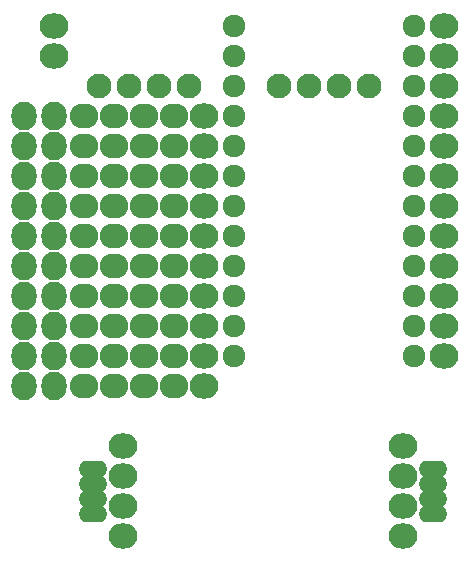
<source format=gbs>
G04 #@! TF.GenerationSoftware,KiCad,Pcbnew,no-vcs-found-7452~57~ubuntu16.10.1*
G04 #@! TF.CreationDate,2017-01-19T15:17:35+09:00*
G04 #@! TF.ProjectId,halakekit_first_break,68616C616B656B69745F66697273745F,rev?*
G04 #@! TF.FileFunction,Soldermask,Bot*
G04 #@! TF.FilePolarity,Negative*
%FSLAX46Y46*%
G04 Gerber Fmt 4.6, Leading zero omitted, Abs format (unit mm)*
G04 Created by KiCad (PCBNEW no-vcs-found-7452~57~ubuntu16.10.1) date Thu Jan 19 15:17:35 2017*
%MOMM*%
%LPD*%
G01*
G04 APERTURE LIST*
%ADD10C,0.100000*%
%ADD11C,1.924000*%
%ADD12O,2.432000X2.127200*%
%ADD13O,2.127200X2.432000*%
%ADD14O,2.400000X2.100000*%
%ADD15O,2.400000X1.400000*%
%ADD16C,2.100000*%
G04 APERTURE END LIST*
D10*
D11*
X142240000Y-106680000D03*
X142240000Y-109220000D03*
X142240000Y-111760000D03*
X142240000Y-114300000D03*
X142240000Y-116840000D03*
X142240000Y-119380000D03*
X142240000Y-121920000D03*
X142240000Y-124460000D03*
X142240000Y-127000000D03*
X142240000Y-129540000D03*
X142240000Y-132080000D03*
X142240000Y-134620000D03*
X157480000Y-134620000D03*
X157480000Y-132080000D03*
X157480000Y-129540000D03*
X157480000Y-127000000D03*
X157480000Y-124460000D03*
X157480000Y-121920000D03*
X157480000Y-119380000D03*
X157480000Y-116840000D03*
X157480000Y-114300000D03*
X157480000Y-111760000D03*
X157480000Y-109220000D03*
X157480000Y-106680000D03*
D12*
X127000000Y-106680000D03*
X127000000Y-109220000D03*
D13*
X127000000Y-137160000D03*
X127000000Y-134620000D03*
X127000000Y-132080000D03*
X127000000Y-129540000D03*
X127000000Y-127000000D03*
X127000000Y-124460000D03*
X127000000Y-121920000D03*
X127000000Y-119380000D03*
X127000000Y-116840000D03*
X127000000Y-114300000D03*
X124460000Y-137160000D03*
X124460000Y-134620000D03*
X124460000Y-132080000D03*
X124460000Y-129540000D03*
X124460000Y-127000000D03*
X124460000Y-124460000D03*
X124460000Y-121920000D03*
X124460000Y-119380000D03*
X124460000Y-116840000D03*
X124460000Y-114300000D03*
D12*
X160020000Y-106680000D03*
X160020000Y-109220000D03*
X160020000Y-111760000D03*
X160020000Y-114300000D03*
X160020000Y-116840000D03*
X160020000Y-119380000D03*
X160020000Y-121920000D03*
X160020000Y-124460000D03*
X160020000Y-127000000D03*
X160020000Y-129540000D03*
X160020000Y-132080000D03*
X160020000Y-134620000D03*
D14*
X134620000Y-114300000D03*
X137160000Y-114300000D03*
X129540000Y-114300000D03*
X132080000Y-114300000D03*
X132080000Y-116840000D03*
X129540000Y-116840000D03*
X137160000Y-116840000D03*
X134620000Y-116840000D03*
X134620000Y-119380000D03*
X137160000Y-119380000D03*
X129540000Y-119380000D03*
X132080000Y-119380000D03*
X132080000Y-132080000D03*
X129540000Y-132080000D03*
X137160000Y-132080000D03*
X134620000Y-132080000D03*
X134620000Y-121920000D03*
X137160000Y-121920000D03*
X129540000Y-121920000D03*
X132080000Y-121920000D03*
D12*
X139700000Y-114300000D03*
X139700000Y-116840000D03*
X139700000Y-119380000D03*
X139700000Y-121920000D03*
X139700000Y-124460000D03*
X139700000Y-127000000D03*
X139700000Y-129540000D03*
X139700000Y-132080000D03*
X139700000Y-134620000D03*
X139700000Y-137160000D03*
D15*
X130365500Y-147955000D03*
X130365500Y-146685000D03*
X130365500Y-145415000D03*
X130365500Y-144145000D03*
X159131000Y-147955000D03*
X159131000Y-146685000D03*
X159131000Y-145415000D03*
X159131000Y-144145000D03*
D12*
X132905500Y-144780000D03*
X132905500Y-142240000D03*
X132905500Y-149860000D03*
X132905500Y-147320000D03*
X156591000Y-144780000D03*
X156591000Y-142240000D03*
X156591000Y-149860000D03*
X156591000Y-147320000D03*
D14*
X132080000Y-124460000D03*
X129540000Y-124460000D03*
X137160000Y-124460000D03*
X134620000Y-124460000D03*
X134620000Y-127000000D03*
X137160000Y-127000000D03*
X129540000Y-127000000D03*
X132080000Y-127000000D03*
X132080000Y-134620000D03*
X129540000Y-134620000D03*
X137160000Y-134620000D03*
X134620000Y-134620000D03*
X134620000Y-129540000D03*
X137160000Y-129540000D03*
X129540000Y-129540000D03*
X132080000Y-129540000D03*
X132080000Y-137160000D03*
X129540000Y-137160000D03*
X137160000Y-137160000D03*
X134620000Y-137160000D03*
D16*
X151130000Y-111760000D03*
X153670000Y-111760000D03*
X146050000Y-111760000D03*
X148590000Y-111760000D03*
X133350000Y-111760000D03*
X130810000Y-111760000D03*
X138430000Y-111760000D03*
X135890000Y-111760000D03*
M02*

</source>
